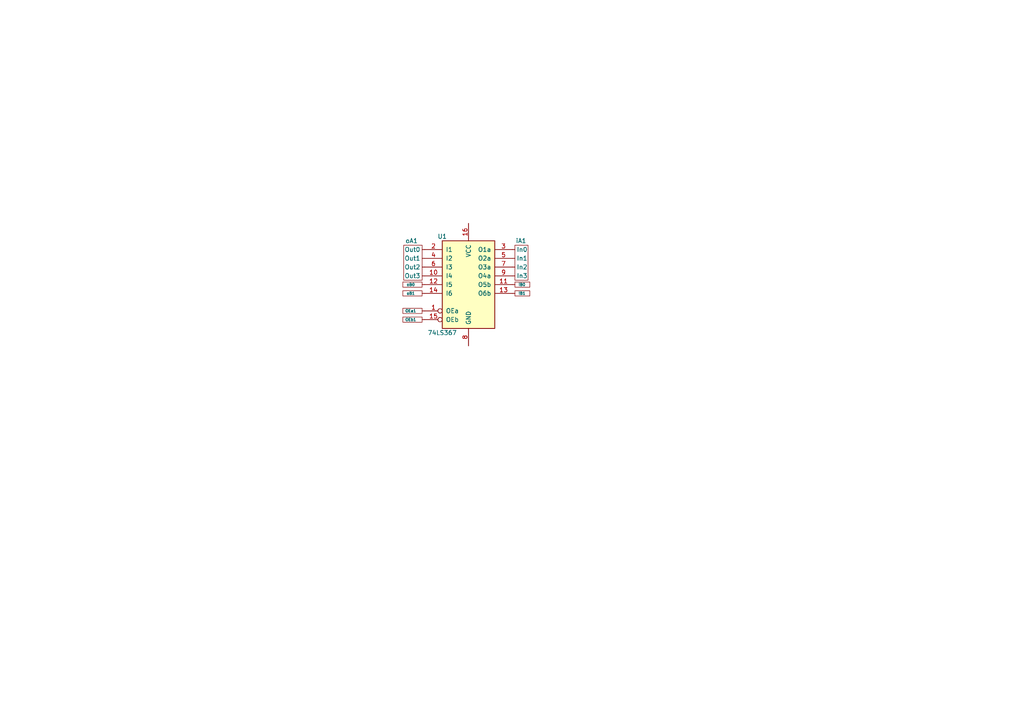
<source format=kicad_sch>
(kicad_sch (version 20230121) (generator eeschema)
  (paper "A4")
  (lib_symbols
    (symbol "74xx:74LS367" (pin_names (offset 1.016))
      (property "Reference" "U" (at -7.62 13.97 0))
      (property "Value" "74LS367" (at -7.62 -13.97 0))
      (symbol "74LS367_1_0"
        (pin input inverted (at -12.7 -7.62 0) (length 5.08) (name "OEa") (number "1"))
        (pin input line (at -12.7 2.54 0) (length 5.08) (name "I4") (number "10"))
        (pin tri_state line (at 12.7 0 180) (length 5.08) (name "O5b") (number "11"))
        (pin input line (at -12.7 0 0) (length 5.08) (name "I5") (number "12"))
        (pin tri_state line (at 12.7 -2.54 180) (length 5.08) (name "O6b") (number "13"))
        (pin input line (at -12.7 -2.54 0) (length 5.08) (name "I6") (number "14"))
        (pin input inverted (at -12.7 -10.16 0) (length 5.08) (name "OEb") (number "15"))
        (pin power_in line (at 0 17.78 270) (length 5.08) (name "VCC") (number "16"))
        (pin input line (at -12.7 10.16 0) (length 5.08) (name "I1") (number "2"))
        (pin tri_state line (at 12.7 10.16 180) (length 5.08) (name "O1a") (number "3"))
        (pin input line (at -12.7 7.62 0) (length 5.08) (name "I2") (number "4"))
        (pin tri_state line (at 12.7 7.62 180) (length 5.08) (name "O2a") (number "5"))
        (pin input line (at -12.7 5.08 0) (length 5.08) (name "I3") (number "6"))
        (pin tri_state line (at 12.7 5.08 180) (length 5.08) (name "O3a") (number "7"))
        (pin power_in line (at 0 -17.78 90) (length 5.08) (name "GND") (number "8"))
        (pin tri_state line (at 12.7 2.54 180) (length 5.08) (name "O4a") (number "9"))
      )
      (symbol "74LS367_1_1"
        (rectangle (start -7.62 12.7) (end 7.62 -12.7) (stroke (width 0.254)) (fill (type background)))
      )
    )
    (symbol "Tests:InBus4x" (pin_numbers hide)
      (property "Reference" "InBus4x" (at 1.512 6.096 0))
      (symbol "InBus4x_0_1"
        (rectangle (start 0.75 5.08) (end 4.56 -5.08))
      )
      (symbol "InBus4x_1_1"
        (pin input line (at 0 3.81 0) (length 0.75) (name "In0") (number "0"))
        (pin input line (at 0 1.27 0) (length 0.75) (name "In1") (number "1"))
        (pin input line (at 0 -1.27 0) (length 0.75) (name "In2") (number "2"))
        (pin input line (at 0 -3.81 0) (length 0.75) (name "In3") (number "3"))
      )
    )
    (symbol "Tests:InPin" (pin_numbers hide) (pin_names hide)
      (property "Reference" "InPin" (at 2.794 0 0))
      (symbol "InPin_0_1"
        (rectangle (start 0.762 0.762) (end 5.08 -0.762))
      )
      (symbol "InPin_1_1"
        (pin input line (at 0 0 0) (length 0.75) (name "In") (number "1"))
      )
    )
    (symbol "Tests:OutBus4x" (pin_numbers hide)
      (property "Reference" "OutBus4x" (at -1.524 6.096 0))
      (symbol "OutBus4x_0_1"
        (rectangle (start -6.096 5.08) (end -0.75 -5.08))
      )
      (symbol "OutBus4x_1_1"
        (pin output line (at 0 3.81 180) (length 0.75) (name "Out0") (number "0"))
        (pin output line (at 0 1.27 180) (length 0.75) (name "Out1") (number "1"))
        (pin output line (at 0 -1.27 180) (length 0.75) (name "Out2") (number "2"))
        (pin output line (at 0 -3.81 180) (length 0.75) (name "Out3") (number "3"))
      )
    )
    (symbol "Tests:OutPin" (pin_numbers hide) (pin_names hide)
      (property "Reference" "OutPin" (at -4.064 0 0))
      (symbol "OutPin_0_1"
        (rectangle (start -6.35 0.762) (end -0.762 -0.762))
      )
      (symbol "OutPin_1_1"
        (pin output line (at 0 0 180) (length 0.75) (name "Out") (number "1"))
      )
    )
  )
  (symbol (lib_id "Tests:OutPin") (at 123.19 92.71 0) (unit 1)
    (property "Reference" "OEb1" (at 119.126 92.71 0) (effects (font (size 0.8 0.8))))
    (property "Value" "OutPin" (effects hide))
  )
  (symbol (lib_id "Tests:OutPin") (at 123.19 85.09 0) (unit 1)
    (property "Reference" "oB1" (at 119.126 85.09 0) (effects (font (size 0.8 0.8))))
    (property "Value" "OutPin" (effects hide))
  )
  (symbol (lib_id "Tests:InBus4x") (at 148.59 76.2 0) (unit 1)
    (property "Reference" "iA1" (at 151.13 69.85 0))
    (property "Value" "InBus4x" (effects hide))
  )
  (symbol (lib_id "Tests:OutBus4x") (at 123.19 76.2 0) (unit 1)
    (property "Reference" "oA1" (at 119.38 69.85 0))
    (property "Value" "OutBus4x" (effects hide))
  )
  (symbol (lib_id "74xx:74LS367") (at 135.89 82.55 0) (unit 1)
    (property "Reference" "U1" (at 128.27 68.58 0))
    (property "Value" "74LS367" (at 128.27 96.52 0))
    (property "Datasheet" "http://www.ti.com/lit/gpn/sn74LS367" (effects hide))
  )
  (symbol (lib_id "Tests:InPin") (at 148.59 82.55 0) (unit 1)
    (property "Reference" "iB0" (at 151.384 82.55 0) (effects (font (size 0.8 0.8))))
    (property "Value" "InPin" (effects hide))
  )
  (symbol (lib_id "Tests:InPin") (at 148.59 85.09 0) (unit 1)
    (property "Reference" "iB1" (at 151.384 85.09 0) (effects (font (size 0.8 0.8))))
    (property "Value" "InPin" (effects hide))
  )
  (symbol (lib_id "Tests:OutPin") (at 123.19 90.17 0) (unit 1)
    (property "Reference" "OEa1" (at 119.126 90.17 0) (effects (font (size 0.8 0.8))))
    (property "Value" "OutPin" (effects hide))
  )
  (symbol (lib_id "Tests:OutPin") (at 123.19 82.55 0) (unit 1)
    (property "Reference" "oB0" (at 119.126 82.55 0) (effects (font (size 0.8 0.8))))
    (property "Value" "OutPin" (effects hide))
  )
)
</source>
